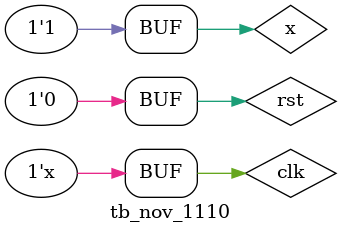
<source format=v>
`timescale 1ns/100ps
module tb_nov_1110;
  reg clk,rst,x;
  wire z;
  
  seq_nov_1110 uut(clk,rst,x,z);
  always #5 clk=~clk;
  initial begin 
    clk=1; rst=1; #10;
    rst=0;

    //01110011101
    x=0;#10;
    x=1;#10;
    x=1;#10;
    x=1;#10;
    x=0;#10;
    x=0;#10;
    x=1;#10;
    x=1;#10;
    x=1;#10;
    x=0;#10;
    x=1;#10;
  end
endmodule

</source>
